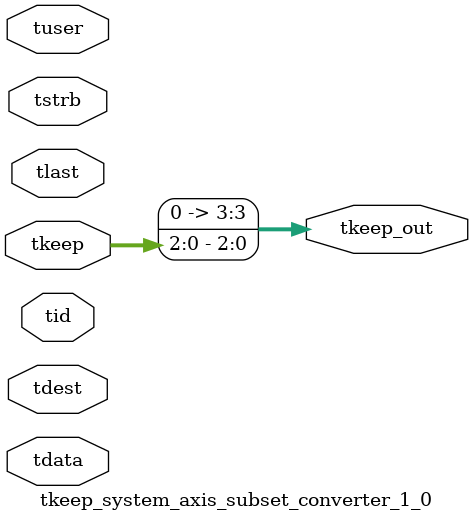
<source format=v>


`timescale 1ps/1ps

module tkeep_system_axis_subset_converter_1_0 #
(
parameter C_S_AXIS_TDATA_WIDTH = 32,
parameter C_S_AXIS_TUSER_WIDTH = 0,
parameter C_S_AXIS_TID_WIDTH   = 0,
parameter C_S_AXIS_TDEST_WIDTH = 0,
parameter C_M_AXIS_TDATA_WIDTH = 32
)
(
input  [(C_S_AXIS_TDATA_WIDTH == 0 ? 1 : C_S_AXIS_TDATA_WIDTH)-1:0     ] tdata,
input  [(C_S_AXIS_TUSER_WIDTH == 0 ? 1 : C_S_AXIS_TUSER_WIDTH)-1:0     ] tuser,
input  [(C_S_AXIS_TID_WIDTH   == 0 ? 1 : C_S_AXIS_TID_WIDTH)-1:0       ] tid,
input  [(C_S_AXIS_TDEST_WIDTH == 0 ? 1 : C_S_AXIS_TDEST_WIDTH)-1:0     ] tdest,
input  [(C_S_AXIS_TDATA_WIDTH/8)-1:0 ] tkeep,
input  [(C_S_AXIS_TDATA_WIDTH/8)-1:0 ] tstrb,
input                                                                    tlast,
output [(C_M_AXIS_TDATA_WIDTH/8)-1:0 ] tkeep_out
);

assign tkeep_out = {tkeep[2:0]};

endmodule


</source>
